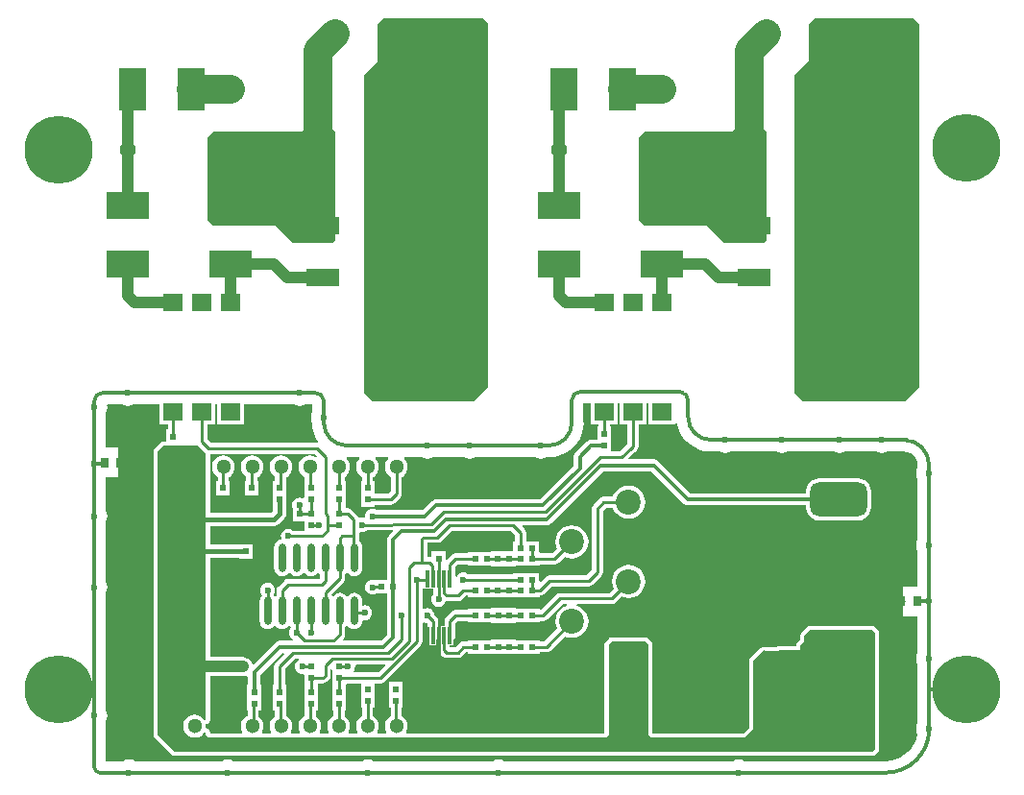
<source format=gtl>
G04*
G04 #@! TF.GenerationSoftware,Altium Limited,Altium Designer,20.1.12 (249)*
G04*
G04 Layer_Physical_Order=1*
G04 Layer_Color=3162822*
%FSLAX44Y44*%
%MOMM*%
G71*
G04*
G04 #@! TF.SameCoordinates,C66115CE-68B5-461B-9334-50AF4D89B24F*
G04*
G04*
G04 #@! TF.FilePolarity,Positive*
G04*
G01*
G75*
%ADD12C,0.3500*%
%ADD13C,0.2500*%
%ADD18C,0.4500*%
%ADD23R,0.6000X0.5000*%
%ADD24R,0.8000X0.9000*%
%ADD25R,3.0000X1.5000*%
%ADD26R,5.4000X6.2000*%
%ADD27O,0.7000X2.5000*%
%ADD28R,0.4000X1.5000*%
G04:AMPARAMS|DCode=29|XSize=3mm|YSize=5mm|CornerRadius=0.75mm|HoleSize=0mm|Usage=FLASHONLY|Rotation=270.000|XOffset=0mm|YOffset=0mm|HoleType=Round|Shape=RoundedRectangle|*
%AMROUNDEDRECTD29*
21,1,3.0000,3.5000,0,0,270.0*
21,1,1.5000,5.0000,0,0,270.0*
1,1,1.5000,-1.7500,-0.7500*
1,1,1.5000,-1.7500,0.7500*
1,1,1.5000,1.7500,0.7500*
1,1,1.5000,1.7500,-0.7500*
%
%ADD29ROUNDEDRECTD29*%
%ADD30R,0.5000X0.6000*%
%ADD31R,3.7000X2.4500*%
%ADD32R,2.4500X3.7000*%
%ADD33R,1.3000X1.0000*%
%ADD34R,1.7000X1.6500*%
%ADD51C,1.4000*%
%ADD54C,1.0000*%
%ADD55C,2.5000*%
%ADD56R,10.2500X9.5000*%
%ADD57C,2.2000*%
%ADD58C,0.6000*%
%ADD59C,6.0000*%
%ADD60C,1.9500*%
%ADD61R,1.9500X1.9500*%
%ADD62C,1.3000*%
%ADD63C,1.6000*%
G36*
X599000Y571500D02*
Y476500D01*
X596500Y474000D01*
X561500D01*
X546500Y489000D01*
X491500D01*
X486500Y494000D01*
Y566500D01*
X491500Y571500D01*
X569000D01*
X571500Y574000D01*
X596500D01*
X599000Y571500D01*
D02*
G37*
G36*
X219000D02*
Y476500D01*
X216500Y474000D01*
X181500D01*
X166500Y489000D01*
X111500D01*
X106500Y494000D01*
Y566500D01*
X111500Y571500D01*
X189000D01*
X191500Y574000D01*
X216500D01*
X219000Y571500D01*
D02*
G37*
G36*
X734000Y666500D02*
Y346500D01*
X721500Y334000D01*
X631500D01*
X624000Y341500D01*
Y621500D01*
X636500Y634000D01*
Y666500D01*
X641500Y671500D01*
X729000D01*
X734000Y666500D01*
D02*
G37*
G36*
X354000D02*
Y346500D01*
X341500Y334000D01*
X251500D01*
X244000Y341500D01*
Y621500D01*
X256500Y634000D01*
Y666500D01*
X261500Y671500D01*
X349000D01*
X354000Y666500D01*
D02*
G37*
G36*
X198662Y324481D02*
X197796Y322391D01*
X197401Y319389D01*
X197796Y316387D01*
X198662Y314297D01*
Y314000D01*
X198845Y312610D01*
X199030Y310253D01*
X200142Y305623D01*
X201964Y301224D01*
X203666Y298446D01*
X202874Y297309D01*
X202700Y297343D01*
X109506D01*
X106343Y300506D01*
Y313240D01*
X113500D01*
Y331162D01*
X114900D01*
Y313240D01*
X138900D01*
Y331162D01*
X182408D01*
X184498Y330296D01*
X187500Y329901D01*
X190502Y330296D01*
X192592Y331162D01*
X198662D01*
Y324481D01*
D02*
G37*
G36*
X469500Y313240D02*
X476657D01*
Y296257D01*
X469305Y289843D01*
X462100D01*
Y298500D01*
Y311500D01*
X460943D01*
Y313240D01*
X468100D01*
Y332162D01*
X469500D01*
Y313240D01*
D02*
G37*
G36*
X444100D02*
X451257D01*
Y311500D01*
X450100D01*
Y300353D01*
X444500D01*
X442452Y299945D01*
X440715Y298785D01*
X430715Y288785D01*
X429555Y287048D01*
X429147Y285000D01*
Y276969D01*
X400031Y247853D01*
X308097D01*
X306048Y247445D01*
X304312Y246285D01*
X295879Y237853D01*
X255513D01*
X255090Y238178D01*
X253508Y238833D01*
X251812Y239056D01*
X250115Y238833D01*
X248534Y238178D01*
X247176Y237136D01*
X246134Y235778D01*
X245479Y234197D01*
X245256Y232500D01*
X245288Y232255D01*
X244208Y231342D01*
X244127Y231342D01*
X242500Y231556D01*
X240803Y231333D01*
X240596Y231247D01*
X239476Y231846D01*
X239474Y231853D01*
X238425Y233425D01*
X233425Y238425D01*
X231853Y239474D01*
X230000Y239843D01*
X228773D01*
X228500Y241000D01*
X228500Y241000D01*
X228500Y241000D01*
Y251000D01*
Y264000D01*
X227093D01*
Y267403D01*
X229132Y268968D01*
X230735Y271057D01*
X231743Y273489D01*
X232086Y276100D01*
X231743Y278710D01*
X230735Y281143D01*
X229132Y283232D01*
X228924Y283392D01*
X228925Y283503D01*
X228938Y283696D01*
X229355Y284662D01*
X240155D01*
X240564Y283459D01*
X240268Y283232D01*
X238665Y281143D01*
X237657Y278710D01*
X237314Y276100D01*
X237657Y273489D01*
X238665Y271057D01*
X240268Y268968D01*
X242357Y267365D01*
X242607Y267262D01*
Y264000D01*
X241500D01*
Y251000D01*
Y241000D01*
X253500D01*
Y242657D01*
X267800D01*
X269653Y243026D01*
X271225Y244076D01*
X276224Y249075D01*
X277274Y250647D01*
X277643Y252500D01*
Y267282D01*
X277843Y267365D01*
X279932Y268968D01*
X281535Y271057D01*
X282543Y273489D01*
X282886Y276100D01*
X282543Y278710D01*
X281535Y281143D01*
X279932Y283232D01*
X279636Y283459D01*
X280045Y284662D01*
X294757D01*
X296846Y283796D01*
X299848Y283401D01*
X302850Y283796D01*
X304940Y284662D01*
X332460D01*
X334550Y283796D01*
X337552Y283401D01*
X340554Y283796D01*
X342644Y284662D01*
X394924D01*
X397013Y283796D01*
X400015Y283401D01*
X403018Y283796D01*
X405107Y284662D01*
X407500D01*
Y284657D01*
X412247Y285030D01*
X416877Y286142D01*
X421276Y287964D01*
X425336Y290452D01*
X428956Y293544D01*
X432048Y297164D01*
X434536Y301224D01*
X436358Y305623D01*
X437470Y310253D01*
X437844Y315000D01*
X437838D01*
Y332162D01*
X444100D01*
Y313240D01*
D02*
G37*
G36*
X202812Y285539D02*
X201973Y284582D01*
X201643Y284835D01*
X199210Y285843D01*
X196600Y286186D01*
X193990Y285843D01*
X191557Y284835D01*
X189468Y283232D01*
X187865Y281143D01*
X186857Y278710D01*
X186514Y276100D01*
X186857Y273489D01*
X187865Y271057D01*
X189468Y268968D01*
X191557Y267365D01*
X192207Y267096D01*
Y264000D01*
X191500D01*
Y249115D01*
X190230Y248405D01*
X189197Y248833D01*
X187500Y249056D01*
X185803Y248833D01*
X184222Y248178D01*
X182864Y247136D01*
X181822Y245778D01*
X181167Y244197D01*
X180944Y242500D01*
X181167Y240803D01*
X181500Y240000D01*
Y228500D01*
X191500D01*
Y219843D01*
X181866D01*
X180778Y220678D01*
X179197Y221333D01*
X177500Y221556D01*
X175803Y221333D01*
X174222Y220678D01*
X172864Y219636D01*
X171822Y218278D01*
X171167Y216697D01*
X170944Y215000D01*
X171167Y213303D01*
X171304Y212972D01*
X170669Y211872D01*
X170273Y211820D01*
X168570Y211115D01*
X167108Y209993D01*
X165986Y208530D01*
X165280Y206827D01*
X165040Y205000D01*
Y187000D01*
X165280Y185173D01*
X165986Y183470D01*
X167108Y182008D01*
X168570Y180886D01*
X170273Y180180D01*
X172100Y179940D01*
X173927Y180180D01*
X175630Y180886D01*
X177092Y182008D01*
X177663Y182752D01*
X179237D01*
X179807Y182008D01*
X181270Y180886D01*
X182973Y180180D01*
X184800Y179940D01*
X186627Y180180D01*
X188330Y180886D01*
X189792Y182008D01*
X190363Y182752D01*
X191937D01*
X192507Y182008D01*
X193970Y180886D01*
X195673Y180180D01*
X197500Y179940D01*
X199327Y180180D01*
X201030Y180886D01*
X202492Y182008D01*
X203063Y182752D01*
X204443D01*
X205357Y181780D01*
Y177343D01*
X177168D01*
X175315Y176974D01*
X173744Y175925D01*
X168675Y170856D01*
X167626Y169285D01*
X167257Y167432D01*
Y163107D01*
X167108Y162992D01*
X166537Y162248D01*
X165024D01*
X164417Y163292D01*
X165078Y164154D01*
X165733Y165735D01*
X165956Y167432D01*
X165733Y169129D01*
X165078Y170710D01*
X164036Y172068D01*
X162678Y173109D01*
X161097Y173764D01*
X159400Y173988D01*
X157703Y173764D01*
X156122Y173109D01*
X154764Y172068D01*
X153722Y170710D01*
X153067Y169129D01*
X152844Y167432D01*
X153067Y165735D01*
X153722Y164154D01*
X154438Y163221D01*
X154408Y162992D01*
X153286Y161530D01*
X152580Y159827D01*
X152340Y158000D01*
Y140000D01*
X152580Y138173D01*
X153286Y136470D01*
X154408Y135008D01*
X155870Y133885D01*
X157573Y133180D01*
X159400Y132940D01*
X161227Y133180D01*
X162930Y133885D01*
X164392Y135008D01*
X164963Y135751D01*
X166537D01*
X167108Y135008D01*
X168570Y133885D01*
X170273Y133180D01*
X172100Y132940D01*
X173927Y133180D01*
X175630Y133885D01*
X177092Y135008D01*
X177663Y135751D01*
X178897D01*
X179731Y134686D01*
X179519Y133795D01*
X179122Y133278D01*
X178467Y131697D01*
X178244Y130000D01*
X178467Y128303D01*
X179122Y126722D01*
X180164Y125364D01*
X181522Y124322D01*
X182003Y124123D01*
X181751Y122853D01*
X169900D01*
X167852Y122445D01*
X166115Y121285D01*
X146954Y102125D01*
X145626Y102593D01*
X144925Y104287D01*
X143562Y106062D01*
X141787Y107425D01*
X139719Y108281D01*
X137500Y108573D01*
X108569D01*
Y195637D01*
X134040D01*
Y195000D01*
X146040D01*
Y208000D01*
X134040D01*
Y207363D01*
X108569D01*
Y224137D01*
X164900D01*
X167143Y224584D01*
X169046Y225854D01*
X174146Y230954D01*
X175416Y232857D01*
X175863Y235100D01*
Y241000D01*
X176000D01*
Y251000D01*
Y264000D01*
X175443D01*
Y267034D01*
X176243Y267365D01*
X178332Y268968D01*
X179935Y271057D01*
X180943Y273489D01*
X181286Y276100D01*
X180943Y278710D01*
X179935Y281143D01*
X178332Y283232D01*
X176243Y284835D01*
X173811Y285843D01*
X171200Y286186D01*
X168589Y285843D01*
X166157Y284835D01*
X164068Y283232D01*
X162465Y281143D01*
X161457Y278710D01*
X161114Y276100D01*
X161457Y273489D01*
X162465Y271057D01*
X164068Y268968D01*
X165757Y267672D01*
Y264000D01*
X164000D01*
Y251000D01*
Y241000D01*
X164137D01*
Y237528D01*
X162472Y235863D01*
X108569D01*
Y287657D01*
X200694D01*
X202812Y285539D01*
D02*
G37*
G36*
X265964Y283459D02*
X265668Y283232D01*
X264065Y281143D01*
X263057Y278710D01*
X262714Y276100D01*
X263057Y273489D01*
X264065Y271057D01*
X265668Y268968D01*
X267757Y267365D01*
X267957Y267282D01*
Y254506D01*
X265794Y252343D01*
X253500D01*
Y264000D01*
X252293D01*
Y267303D01*
X252443Y267365D01*
X254532Y268968D01*
X256135Y271057D01*
X257143Y273489D01*
X257486Y276100D01*
X257143Y278710D01*
X256135Y281143D01*
X254532Y283232D01*
X254236Y283459D01*
X254645Y284662D01*
X265555D01*
X265964Y283459D01*
D02*
G37*
G36*
X494900Y313240D02*
X518900D01*
Y314520D01*
X520170Y314671D01*
X521142Y310623D01*
X522964Y306224D01*
X525452Y302164D01*
X528544Y298544D01*
X532164Y295452D01*
X536224Y292964D01*
X540623Y291142D01*
X545253Y290030D01*
X550000Y289657D01*
Y289662D01*
X557697D01*
X559786Y288796D01*
X562789Y288401D01*
X565791Y288796D01*
X567880Y289662D01*
X607300D01*
X609389Y288796D01*
X612392Y288401D01*
X615394Y288796D01*
X617483Y289662D01*
X658005D01*
X660095Y288796D01*
X663097Y288401D01*
X666099Y288796D01*
X668189Y289662D01*
X695483D01*
X697573Y288796D01*
X700575Y288401D01*
X703577Y288796D01*
X705667Y289662D01*
X720502D01*
X723165Y289311D01*
X726114Y288089D01*
X728646Y286146D01*
X730589Y283614D01*
X731811Y280665D01*
X732195Y277751D01*
X732162Y277500D01*
Y275288D01*
X731296Y273198D01*
X730901Y270196D01*
X731296Y267194D01*
X732162Y265104D01*
Y211858D01*
X731296Y209769D01*
X730901Y206766D01*
X731296Y203764D01*
X732162Y201675D01*
Y170500D01*
X719502D01*
Y144500D01*
X732162D01*
Y112085D01*
X731296Y109995D01*
X730901Y106993D01*
X731296Y103991D01*
X732162Y101901D01*
Y80000D01*
X732239Y79413D01*
X732162Y78827D01*
Y50092D01*
X731296Y48002D01*
X730901Y45000D01*
X731296Y41998D01*
X731865Y40623D01*
X731863Y40587D01*
X730829Y36283D01*
X729135Y32193D01*
X726822Y28419D01*
X723948Y25053D01*
X720581Y22178D01*
X716807Y19865D01*
X712717Y18171D01*
X708413Y17137D01*
X704230Y16808D01*
X704000Y16838D01*
X580004D01*
X577914Y17704D01*
X574912Y18099D01*
X571910Y17704D01*
X569820Y16838D01*
X367630D01*
X365540Y17704D01*
X362538Y18099D01*
X359536Y17704D01*
X357446Y16838D01*
X252492D01*
X250402Y17704D01*
X247400Y18099D01*
X244398Y17704D01*
X242308Y16838D01*
X129168D01*
X127078Y17704D01*
X124076Y18099D01*
X121074Y17704D01*
X118984Y16838D01*
X42454D01*
X40364Y17704D01*
X37362Y18099D01*
X34360Y17704D01*
X32270Y16838D01*
X16838D01*
Y51584D01*
X17704Y53674D01*
X18099Y56676D01*
X17704Y59678D01*
X16838Y61767D01*
Y80000D01*
Y164788D01*
X17704Y166878D01*
X18099Y169880D01*
X17704Y172882D01*
X16838Y174972D01*
Y227348D01*
X17704Y229438D01*
X18099Y232440D01*
X17704Y235442D01*
X16838Y237532D01*
Y267000D01*
X27998D01*
Y293000D01*
X16838D01*
Y323495D01*
X17704Y325584D01*
X18099Y328587D01*
X17886Y330207D01*
X18723Y331162D01*
X31408D01*
X33498Y330296D01*
X36500Y329901D01*
X39502Y330296D01*
X41592Y331162D01*
X64100D01*
Y313240D01*
X71257D01*
Y309000D01*
X70100D01*
Y298569D01*
X67500D01*
X66134Y298297D01*
X64977Y297523D01*
X59977Y292523D01*
X59203Y291366D01*
X58931Y290000D01*
Y40000D01*
X59203Y38634D01*
X59977Y37477D01*
X74977Y22477D01*
X76134Y21703D01*
X77500Y21431D01*
X692500D01*
X693866Y21703D01*
X695023Y22477D01*
X697523Y24977D01*
X698297Y26134D01*
X698569Y27500D01*
Y130000D01*
X698297Y131366D01*
X697523Y132523D01*
X695023Y135023D01*
X693866Y135797D01*
X692500Y136069D01*
X637500D01*
X636134Y135797D01*
X634977Y135023D01*
X629977Y130023D01*
X629203Y128866D01*
X628931Y127500D01*
Y123978D01*
X626477Y121523D01*
X625703Y120366D01*
X625431Y119000D01*
Y118069D01*
X610000D01*
X608634Y117797D01*
X607544Y117069D01*
X599202D01*
X598096Y117527D01*
X596730Y117799D01*
X595364Y117527D01*
X594207Y116753D01*
X584977Y107523D01*
X584203Y106366D01*
X583931Y105000D01*
Y46478D01*
X578522Y41069D01*
X498978D01*
X498569Y41478D01*
X498568Y120000D01*
X498568Y120000D01*
X498568Y120001D01*
X498427Y120712D01*
X498297Y121366D01*
X498297Y121366D01*
X498297Y121366D01*
X497908Y121948D01*
X497523Y122524D01*
X497523Y122524D01*
X497523Y122524D01*
X495023Y125024D01*
X494447Y125409D01*
X493865Y125797D01*
X493865Y125797D01*
X493865Y125797D01*
X492499Y126069D01*
X462499Y126068D01*
X461133Y125796D01*
X461133Y125796D01*
X461133Y125796D01*
X460551Y125407D01*
X459976Y125022D01*
X457477Y122523D01*
X457477Y122523D01*
X456703Y121365D01*
X456431Y120000D01*
X456431Y42169D01*
X455331Y41069D01*
X281905D01*
X281344Y42208D01*
X281535Y42457D01*
X282543Y44889D01*
X282886Y47500D01*
X282543Y50111D01*
X281535Y52543D01*
X279932Y54632D01*
X277843Y56235D01*
X277493Y56380D01*
Y63500D01*
X278500D01*
Y73500D01*
Y86500D01*
X266500D01*
Y73500D01*
Y63500D01*
X267807D01*
Y56256D01*
X267757Y56235D01*
X265668Y54632D01*
X264065Y52543D01*
X263057Y50111D01*
X262714Y47500D01*
X263057Y44889D01*
X264065Y42457D01*
X264256Y42208D01*
X263695Y41069D01*
X256505D01*
X255944Y42208D01*
X256135Y42457D01*
X257143Y44889D01*
X257486Y47500D01*
X257143Y50111D01*
X256135Y52543D01*
X254532Y54632D01*
X252443Y56235D01*
X252293Y56297D01*
Y63500D01*
X253500D01*
Y73500D01*
Y85157D01*
X259071D01*
X260924Y85526D01*
X262496Y86575D01*
X294521Y118601D01*
X295571Y120172D01*
X295939Y122025D01*
Y138446D01*
X297209Y139120D01*
X298303Y138667D01*
X299662Y138488D01*
X300157Y137994D01*
Y127500D01*
X300526Y125647D01*
X301575Y124075D01*
X302000Y123792D01*
Y119000D01*
X308000D01*
Y123792D01*
X308424Y124075D01*
X308887Y124768D01*
X310157Y124382D01*
Y115000D01*
X310526Y113147D01*
X311575Y111575D01*
X314075Y109075D01*
X315647Y108026D01*
X317500Y107657D01*
X326969D01*
X328823Y108026D01*
X330394Y109075D01*
X333907Y112589D01*
X336000D01*
Y111500D01*
X356500D01*
Y111000D01*
X368500D01*
Y111000D01*
X378500D01*
Y111500D01*
X399000D01*
Y112657D01*
X405000D01*
X406853Y113026D01*
X408425Y114075D01*
X421245Y126896D01*
X423715Y125873D01*
X427500Y125375D01*
X431285Y125873D01*
X434813Y127334D01*
X437841Y129658D01*
X440166Y132688D01*
X441627Y136215D01*
X442125Y140000D01*
X441627Y143785D01*
X440166Y147313D01*
X437841Y150342D01*
X434813Y152666D01*
X431864Y153887D01*
X432117Y155157D01*
X462500D01*
X464353Y155526D01*
X465924Y156575D01*
X471245Y161896D01*
X473715Y160873D01*
X477500Y160375D01*
X481285Y160873D01*
X484813Y162334D01*
X487841Y164659D01*
X490166Y167687D01*
X491627Y171215D01*
X492125Y175000D01*
X491627Y178785D01*
X490166Y182313D01*
X487841Y185341D01*
X484813Y187666D01*
X481285Y189127D01*
X477500Y189625D01*
X473715Y189127D01*
X470187Y187666D01*
X467158Y185341D01*
X464834Y182313D01*
X463373Y178785D01*
X462875Y175000D01*
X463373Y171215D01*
X464396Y168745D01*
X460494Y164843D01*
X417262D01*
X415409Y164474D01*
X413838Y163425D01*
X400270Y149857D01*
X399000Y149877D01*
Y151000D01*
X378500D01*
Y151500D01*
X368500D01*
Y151500D01*
X356500D01*
Y151000D01*
X336000D01*
Y149843D01*
X325000D01*
X325000Y149843D01*
X323147Y149474D01*
X321575Y148425D01*
X321575Y148424D01*
X316575Y143425D01*
X315526Y141853D01*
X315157Y140000D01*
Y136000D01*
X312000D01*
Y131208D01*
X311575Y130925D01*
X311113Y130232D01*
X309843Y130618D01*
Y140000D01*
X309843Y140000D01*
X309474Y141853D01*
X308424Y143425D01*
X308424Y143425D01*
X306512Y145337D01*
X306333Y146697D01*
X305678Y148278D01*
X304636Y149636D01*
X303278Y150678D01*
X301697Y151333D01*
X300000Y151556D01*
X298303Y151333D01*
X297209Y150880D01*
X295939Y151554D01*
Y168494D01*
X297000Y169000D01*
X305157D01*
Y163798D01*
X304322Y162710D01*
X303667Y161129D01*
X303444Y159432D01*
X303667Y157735D01*
X304322Y156154D01*
X305364Y154796D01*
X306722Y153754D01*
X308303Y153099D01*
X310000Y152876D01*
X311697Y153099D01*
X313278Y153754D01*
X314636Y154796D01*
X315678Y156154D01*
X316333Y157735D01*
X316501Y157856D01*
X317500Y157657D01*
X326969D01*
X328823Y158026D01*
X330394Y159075D01*
X333907Y162589D01*
X335932D01*
Y161432D01*
X356432D01*
Y160932D01*
X366432D01*
Y160932D01*
X378432D01*
Y161432D01*
X398932D01*
Y162589D01*
X399351D01*
X401205Y162957D01*
X402776Y164007D01*
X409506Y170737D01*
X442180D01*
X444034Y171106D01*
X445605Y172156D01*
X453424Y179975D01*
X453425Y179975D01*
X454474Y181547D01*
X454843Y183400D01*
X454843Y183400D01*
Y237386D01*
X457615Y240157D01*
X463811D01*
X464834Y237687D01*
X467158Y234659D01*
X470187Y232334D01*
X473715Y230873D01*
X477500Y230375D01*
X481285Y230873D01*
X484813Y232334D01*
X487841Y234659D01*
X490166Y237687D01*
X491627Y241215D01*
X492125Y245000D01*
X491627Y248785D01*
X490166Y252313D01*
X487841Y255341D01*
X484813Y257666D01*
X481285Y259127D01*
X477500Y259625D01*
X473715Y259127D01*
X470187Y257666D01*
X467158Y255341D01*
X464834Y252313D01*
X463811Y249843D01*
X455608D01*
X453755Y249474D01*
X452184Y248425D01*
X446576Y242816D01*
X445526Y241245D01*
X445157Y239391D01*
Y185406D01*
X440174Y180424D01*
X407500D01*
X405647Y180055D01*
X404075Y179005D01*
X400069Y174998D01*
X398895Y175484D01*
Y182729D01*
X375895D01*
Y181572D01*
X336184D01*
X335278Y182267D01*
X333697Y182922D01*
X332000Y183145D01*
X330303Y182922D01*
X328722Y182267D01*
X327364Y181225D01*
X326322Y179867D01*
X326113Y179362D01*
X324843Y179615D01*
Y187994D01*
X327006Y190157D01*
X335932D01*
Y188932D01*
X356432D01*
Y188432D01*
X366432D01*
Y188432D01*
X378432D01*
Y188932D01*
X398932D01*
Y190089D01*
X412432D01*
X414285Y190457D01*
X415856Y191507D01*
X421245Y196896D01*
X423715Y195873D01*
X427500Y195375D01*
X431285Y195873D01*
X434813Y197334D01*
X437841Y199659D01*
X440166Y202687D01*
X441627Y206215D01*
X442125Y210000D01*
X441627Y213785D01*
X440166Y217313D01*
X437841Y220341D01*
X434813Y222666D01*
X431285Y224127D01*
X427500Y224625D01*
X423715Y224127D01*
X420187Y222666D01*
X417159Y220341D01*
X414834Y217313D01*
X413373Y213785D01*
X412875Y210000D01*
X413373Y206215D01*
X414396Y203745D01*
X410426Y199775D01*
X398932D01*
Y200932D01*
X398821D01*
Y210242D01*
X387164D01*
Y218179D01*
X386795Y220033D01*
X385745Y221604D01*
X383875Y223474D01*
X384361Y224647D01*
X405304D01*
X407353Y225055D01*
X409089Y226215D01*
X455022Y272147D01*
X497783D01*
X526215Y243715D01*
X527952Y242555D01*
X530000Y242147D01*
X633905D01*
Y240000D01*
X634283Y237129D01*
X635392Y234453D01*
X637155Y232155D01*
X639453Y230392D01*
X642128Y229283D01*
X645000Y228905D01*
X680000D01*
X682872Y229283D01*
X685547Y230392D01*
X687845Y232155D01*
X689609Y234453D01*
X690717Y237129D01*
X691095Y240000D01*
Y255000D01*
X690717Y257872D01*
X689609Y260548D01*
X687845Y262845D01*
X685547Y264608D01*
X682872Y265717D01*
X680000Y266095D01*
X645000D01*
X642128Y265717D01*
X639453Y264608D01*
X637155Y262845D01*
X635392Y260548D01*
X634283Y257872D01*
X633905Y255000D01*
Y252853D01*
X532217D01*
X503785Y281285D01*
X502048Y282445D01*
X500000Y282853D01*
X477835D01*
X477389Y284042D01*
X483219Y289128D01*
X483321Y289260D01*
X483460Y289353D01*
X484925Y290818D01*
X485974Y292389D01*
X486343Y294242D01*
X486343Y294242D01*
Y313240D01*
X493500D01*
Y332162D01*
X494900D01*
Y313240D01*
D02*
G37*
G36*
X269999Y219319D02*
X266215Y215535D01*
X265055Y213799D01*
X264647Y211750D01*
Y176500D01*
X252932D01*
Y176500D01*
X251932Y176556D01*
X251696Y176525D01*
X250235Y176333D01*
X248654Y175678D01*
X247296Y174636D01*
X246254Y173278D01*
X245599Y171697D01*
X245376Y170000D01*
X245599Y168303D01*
X246254Y166722D01*
X247296Y165364D01*
X248654Y164322D01*
X250235Y163667D01*
X251932Y163444D01*
X253629Y163667D01*
X255210Y164322D01*
X255441Y164500D01*
X264647D01*
Y128217D01*
X259283Y122853D01*
X225861D01*
X225375Y124026D01*
X226325Y124975D01*
X227374Y126547D01*
X227743Y128400D01*
Y134893D01*
X227892Y135008D01*
X228463Y135751D01*
X230037D01*
X230607Y135008D01*
X232070Y133885D01*
X233773Y133180D01*
X235600Y132940D01*
X237427Y133180D01*
X239130Y133885D01*
X240592Y135008D01*
X241714Y136470D01*
X242420Y138173D01*
X242660Y140000D01*
Y140184D01*
X243930Y141085D01*
X245000Y140944D01*
X246697Y141167D01*
X248278Y141822D01*
X249636Y142864D01*
X250678Y144222D01*
X251333Y145803D01*
X251556Y147500D01*
X251333Y149197D01*
X250678Y150778D01*
X249636Y152136D01*
X248278Y153178D01*
X246697Y153833D01*
X245000Y154056D01*
X243930Y153915D01*
X242660Y154816D01*
Y158000D01*
X242420Y159827D01*
X241714Y161530D01*
X240592Y162992D01*
X239130Y164114D01*
X237427Y164820D01*
X235600Y165060D01*
X233773Y164820D01*
X232070Y164114D01*
X230607Y162992D01*
X230037Y162248D01*
X228463D01*
X227892Y162992D01*
X226430Y164114D01*
X224727Y164820D01*
X222900Y165060D01*
X221073Y164820D01*
X219370Y164114D01*
X217908Y162992D01*
X217374Y162297D01*
X216142Y162325D01*
X215460Y163393D01*
X215900Y164051D01*
X226325Y174475D01*
X227374Y176047D01*
X227743Y177900D01*
Y181893D01*
X227892Y182008D01*
X228463Y182752D01*
X230037D01*
X230607Y182008D01*
X232070Y180886D01*
X233773Y180180D01*
X235600Y179940D01*
X237427Y180180D01*
X239130Y180886D01*
X240592Y182008D01*
X241714Y183470D01*
X242420Y185173D01*
X242660Y187000D01*
Y205000D01*
X242420Y206827D01*
X241714Y208530D01*
X240592Y209993D01*
X239843Y210567D01*
Y217867D01*
X241113Y218626D01*
X242500Y218444D01*
X244197Y218667D01*
X245778Y219322D01*
X246937Y220211D01*
X269506Y220490D01*
X269999Y219319D01*
D02*
G37*
G36*
X377478Y216173D02*
Y210242D01*
X375821D01*
Y201432D01*
X368432D01*
Y201432D01*
X356432D01*
Y200932D01*
X335932D01*
Y199843D01*
X325000D01*
X325000Y199843D01*
X323147Y199474D01*
X321575Y198424D01*
X321575Y198424D01*
X317270Y194119D01*
X316000Y194645D01*
Y201500D01*
X304000D01*
Y197431D01*
X303018Y196625D01*
X302265Y196775D01*
X300272D01*
Y209157D01*
X309125D01*
X310978Y209526D01*
X312550Y210576D01*
X321631Y219657D01*
X373994D01*
X377478Y216173D01*
D02*
G37*
G36*
X423136Y153887D02*
X420187Y152666D01*
X417159Y150342D01*
X414834Y147313D01*
X413373Y143785D01*
X412875Y140000D01*
X413373Y136215D01*
X414396Y133745D01*
X402994Y122343D01*
X399000D01*
Y123500D01*
X378500D01*
Y124000D01*
X366500D01*
Y124000D01*
X356500D01*
Y123500D01*
X336000D01*
Y122275D01*
X331901D01*
X330048Y121906D01*
X328476Y120856D01*
X324963Y117343D01*
X319843D01*
Y119000D01*
X323000D01*
Y123792D01*
X323425Y124075D01*
X324474Y125647D01*
X324843Y127500D01*
Y137994D01*
X327006Y140157D01*
X336000D01*
Y139000D01*
X356500D01*
Y138500D01*
X366500D01*
Y138500D01*
X378500D01*
Y139000D01*
X399000D01*
Y140157D01*
X402262D01*
X404115Y140526D01*
X405687Y141575D01*
X419268Y155157D01*
X422883D01*
X423136Y153887D01*
D02*
G37*
G36*
X263206Y100984D02*
X257065Y94843D01*
X235837D01*
X235210Y96113D01*
X235678Y96722D01*
X236333Y98303D01*
X236556Y100000D01*
X236439Y100887D01*
X237422Y102157D01*
X262719D01*
X263206Y100984D01*
D02*
G37*
G36*
X241500Y73500D02*
Y63500D01*
X242607D01*
Y56339D01*
X242357Y56235D01*
X240268Y54632D01*
X238665Y52543D01*
X237657Y50111D01*
X237314Y47500D01*
X237657Y44889D01*
X238665Y42457D01*
X238856Y42208D01*
X238295Y41069D01*
X231105D01*
X230544Y42208D01*
X230735Y42457D01*
X231743Y44889D01*
X232086Y47500D01*
X231743Y50111D01*
X230735Y52543D01*
X229132Y54632D01*
X227093Y56197D01*
Y61000D01*
X228500D01*
Y71000D01*
Y84000D01*
X228500Y84000D01*
X228500D01*
X228500Y84000D01*
X228773Y85157D01*
X241500D01*
Y73500D01*
D02*
G37*
G36*
X216500Y97167D02*
Y83500D01*
X216500D01*
Y71000D01*
Y61000D01*
X217407D01*
Y56421D01*
X216957Y56235D01*
X214868Y54632D01*
X213265Y52543D01*
X212257Y50111D01*
X211914Y47500D01*
X212257Y44889D01*
X213265Y42457D01*
X213456Y42208D01*
X212895Y41069D01*
X205705D01*
X205144Y42208D01*
X205335Y42457D01*
X206343Y44889D01*
X206686Y47500D01*
X206343Y50111D01*
X205335Y52543D01*
X203732Y54632D01*
X201893Y56043D01*
Y61000D01*
X203500D01*
Y71000D01*
Y84000D01*
X203500Y84000D01*
X203500Y84000D01*
X203773Y85157D01*
X208200D01*
X210053Y85526D01*
X211625Y86575D01*
X213624Y88575D01*
X214674Y90147D01*
X215043Y92000D01*
Y97720D01*
X215230Y97845D01*
X216500Y97167D01*
D02*
G37*
G36*
X187227Y105887D02*
X186722Y105678D01*
X185364Y104636D01*
X184322Y103278D01*
X183667Y101697D01*
X183444Y100000D01*
X183667Y98303D01*
X184322Y96722D01*
X185364Y95364D01*
X186722Y94322D01*
X188303Y93667D01*
X190000Y93444D01*
X190230Y93474D01*
X191500Y92360D01*
Y83500D01*
X191500D01*
Y71000D01*
Y61000D01*
X192207D01*
Y56504D01*
X191557Y56235D01*
X189468Y54632D01*
X187865Y52543D01*
X186857Y50111D01*
X186514Y47500D01*
X186857Y44889D01*
X187865Y42457D01*
X188056Y42208D01*
X187495Y41069D01*
X180305D01*
X179744Y42208D01*
X179935Y42457D01*
X180943Y44889D01*
X181286Y47500D01*
X180943Y50111D01*
X179935Y52543D01*
X178332Y54632D01*
X176243Y56235D01*
X175443Y56566D01*
Y61000D01*
X176000D01*
Y71000D01*
Y84000D01*
X174843D01*
Y98326D01*
X183674Y107157D01*
X186975D01*
X187227Y105887D01*
D02*
G37*
G36*
X173793Y110974D02*
X166576Y103756D01*
X165526Y102185D01*
X165157Y100332D01*
Y84000D01*
X164000D01*
Y71000D01*
Y61000D01*
X165757D01*
Y55928D01*
X164068Y54632D01*
X162465Y52543D01*
X161457Y50111D01*
X161114Y47500D01*
X161457Y44889D01*
X162465Y42457D01*
X162656Y42208D01*
X162095Y41069D01*
X154905D01*
X154344Y42208D01*
X154535Y42457D01*
X155543Y44889D01*
X155886Y47500D01*
X155543Y50111D01*
X154535Y52543D01*
X152932Y54632D01*
X151493Y55736D01*
Y61000D01*
X153500D01*
Y71000D01*
Y84000D01*
X152853D01*
Y92883D01*
X172117Y112147D01*
X173307D01*
X173793Y110974D01*
D02*
G37*
G36*
X142147Y91350D02*
Y84000D01*
X141500D01*
Y71000D01*
Y61000D01*
X141807D01*
Y56670D01*
X140757Y56235D01*
X138668Y54632D01*
X137065Y52543D01*
X136057Y50111D01*
X135714Y47500D01*
X136057Y44889D01*
X137065Y42457D01*
X137256Y42208D01*
X136695Y41069D01*
X121055D01*
X120824Y41023D01*
X120589Y41038D01*
X120400Y41013D01*
X120211Y41038D01*
X119976Y41023D01*
X119745Y41069D01*
X108978D01*
X108569Y41478D01*
Y42192D01*
X108503Y42520D01*
X108507Y42854D01*
X108369Y43196D01*
X108297Y43558D01*
X108111Y43836D01*
X107986Y44146D01*
X107728Y44409D01*
X107523Y44716D01*
X107246Y44901D01*
X107012Y45140D01*
X106672Y45284D01*
X106366Y45489D01*
X106038Y45554D01*
X105730Y45685D01*
X104871Y45865D01*
X105086Y47500D01*
X104871Y49135D01*
X105730Y49315D01*
X106038Y49446D01*
X106366Y49511D01*
X106672Y49716D01*
X107012Y49860D01*
X107246Y50099D01*
X107523Y50284D01*
X107728Y50591D01*
X107986Y50854D01*
X108111Y51164D01*
X108297Y51442D01*
X108369Y51804D01*
X108507Y52146D01*
X108503Y52480D01*
X108569Y52808D01*
Y91427D01*
X137500D01*
X139719Y91719D01*
X140877Y92198D01*
X142147Y91350D01*
D02*
G37*
G36*
X104075Y289075D02*
X105000Y288458D01*
Y52808D01*
X103735Y52543D01*
X102132Y54632D01*
X100043Y56235D01*
X97611Y57243D01*
X95000Y57586D01*
X92389Y57243D01*
X89957Y56235D01*
X87868Y54632D01*
X86265Y52543D01*
X85257Y50111D01*
X84914Y47500D01*
X85257Y44889D01*
X86265Y42457D01*
X87868Y40368D01*
X89957Y38765D01*
X92389Y37757D01*
X95000Y37414D01*
X97611Y37757D01*
X100043Y38765D01*
X102132Y40368D01*
X103735Y42457D01*
X105000Y42192D01*
Y40000D01*
X107500Y37500D01*
X119745D01*
X120400Y37414D01*
X121055Y37500D01*
X145145D01*
X145800Y37414D01*
X146455Y37500D01*
X170545D01*
X171200Y37414D01*
X171855Y37500D01*
X195945D01*
X196600Y37414D01*
X197255Y37500D01*
X221345D01*
X222000Y37414D01*
X222655Y37500D01*
X246745D01*
X247400Y37414D01*
X248055Y37500D01*
X272145D01*
X272800Y37414D01*
X273455Y37500D01*
X457500D01*
X460000Y40000D01*
X460000Y120000D01*
X462499Y122499D01*
X492500Y122500D01*
X495000Y120000D01*
X495000Y40000D01*
X497500Y37500D01*
X580000D01*
X587500Y45000D01*
Y105000D01*
X596730Y114230D01*
X598000Y113704D01*
Y113500D01*
X610000D01*
Y114500D01*
X629000D01*
Y119000D01*
X632500Y122500D01*
Y127500D01*
X637500Y132500D01*
X692500D01*
X695000Y130000D01*
Y27500D01*
X692500Y25000D01*
X77500D01*
X62500Y40000D01*
Y290000D01*
X67500Y295000D01*
X98151D01*
X104075Y289075D01*
D02*
G37*
%LPC*%
G36*
X145800Y286186D02*
X143189Y285843D01*
X140757Y284835D01*
X138668Y283232D01*
X137065Y281143D01*
X136057Y278710D01*
X135714Y276100D01*
X136057Y273489D01*
X137065Y271057D01*
X138668Y268968D01*
X140557Y267519D01*
Y264000D01*
X139000D01*
Y251000D01*
X151000D01*
Y264000D01*
X150243D01*
Y267117D01*
X150843Y267365D01*
X152932Y268968D01*
X154535Y271057D01*
X155543Y273489D01*
X155886Y276100D01*
X155543Y278710D01*
X154535Y281143D01*
X152932Y283232D01*
X150843Y284835D01*
X148411Y285843D01*
X145800Y286186D01*
D02*
G37*
G36*
X120400D02*
X117789Y285843D01*
X115357Y284835D01*
X113268Y283232D01*
X111665Y281143D01*
X110657Y278710D01*
X110314Y276100D01*
X110657Y273489D01*
X111665Y271057D01*
X113268Y268968D01*
X115357Y267365D01*
X115357Y267365D01*
Y264000D01*
X114000D01*
Y251000D01*
X126000D01*
Y264000D01*
X125043D01*
Y267199D01*
X125443Y267365D01*
X127532Y268968D01*
X129135Y271057D01*
X130143Y273489D01*
X130486Y276100D01*
X130143Y278710D01*
X129135Y281143D01*
X127532Y283232D01*
X125443Y284835D01*
X123011Y285843D01*
X120400Y286186D01*
D02*
G37*
%LPD*%
D12*
X704000Y6500D02*
G03*
X742500Y45000I0J38500D01*
G01*
X530000Y320000D02*
G03*
X550000Y300000I20000J0D01*
G01*
X530000Y335000D02*
G03*
X522500Y342500I-7500J0D01*
G01*
X435000D02*
G03*
X427500Y335000I0J-7500D01*
G01*
X742500Y277500D02*
G03*
X720000Y300000I-22500J0D01*
G01*
X407500Y295000D02*
G03*
X427500Y315000I0J20000D01*
G01*
X209000Y334000D02*
G03*
X201500Y341500I-7500J0D01*
G01*
X14000D02*
G03*
X6500Y334000I0J-7500D01*
G01*
X209000Y315000D02*
G03*
X229000Y295000I20000J0D01*
G01*
X6500Y11500D02*
G03*
X11500Y6500I5000J0D01*
G01*
X251812Y232500D02*
X298097D01*
X308097Y242500D02*
X402248D01*
X298097Y232500D02*
X308097Y242500D01*
X270000Y170500D02*
Y211750D01*
Y126000D02*
Y170500D01*
X530000Y247500D02*
X662500D01*
X452804Y277500D02*
X500000D01*
X530000Y247500D01*
X405304Y230000D02*
X452804Y277500D01*
X316500Y230000D02*
X405304D01*
X277750Y219500D02*
X306000D01*
X316500Y230000D01*
X270000Y211750D02*
X277750Y219500D01*
X402248Y242500D02*
X434500Y274752D01*
Y285000D01*
X444500Y295000D02*
X456100D01*
X434500Y285000D02*
X444500Y295000D01*
X742500Y106993D02*
Y157500D01*
Y80000D02*
Y106993D01*
Y45000D02*
Y78827D01*
Y80000D02*
X775000D01*
X6500Y232440D02*
Y279000D01*
Y169880D02*
Y232440D01*
Y80000D02*
Y169880D01*
Y56676D02*
Y80000D01*
Y11500D02*
Y56676D01*
Y279000D02*
Y334000D01*
X530000Y320000D02*
Y335000D01*
X550000Y300000D02*
X722500D01*
X435000Y342500D02*
X522500D01*
X427500Y315000D02*
Y335000D01*
X742500Y157500D02*
Y277500D01*
X209000Y314000D02*
Y334000D01*
X14000Y341500D02*
X201500D01*
X227500Y295000D02*
X407500D01*
X11500Y6500D02*
X704000D01*
X732002Y157500D02*
X742500D01*
X6500Y279000D02*
X16998D01*
X662500Y247500D02*
X662500Y247500D01*
X169900Y117500D02*
X261500D01*
X270000Y126000D01*
X147500Y95100D02*
X169900Y117500D01*
X147500Y77500D02*
Y95100D01*
D13*
X284346Y122346D02*
Y187829D01*
X288449Y191932D02*
X295429D01*
X284346Y187829D02*
X288449Y191932D01*
X295429D02*
Y212535D01*
X291096Y122025D02*
Y176583D01*
X259071Y90000D02*
X291096Y122025D01*
X269000Y107000D02*
X284346Y122346D01*
X291096Y176583D02*
X298780D01*
X299848Y177652D01*
X332000Y176729D02*
X382395D01*
X295429Y191932D02*
X302265D01*
X296894Y214000D02*
X309125D01*
X295429Y212535D02*
X296894Y214000D01*
X319625Y224500D02*
X376000D01*
X309125Y214000D02*
X319625Y224500D01*
X382321Y204242D02*
Y218179D01*
X376000Y224500D02*
X382321Y218179D01*
X392376Y194987D02*
X392432Y194932D01*
X392376Y194987D02*
Y204186D01*
X392321Y204242D02*
X392376Y204186D01*
X392395Y176729D02*
X392413Y176711D01*
Y167450D02*
Y176711D01*
Y167450D02*
X392432Y167432D01*
X372432Y184932D02*
X373500Y186000D01*
X379999D01*
X407500Y175581D02*
X442180D01*
X450000Y183400D01*
Y239391D01*
X399351Y167432D02*
X407500Y175581D01*
X392432Y167432D02*
X399351D01*
X402262Y145000D02*
X417262Y160000D01*
X462500D02*
X477500Y175000D01*
X417262Y160000D02*
X462500D01*
X455608Y245000D02*
X477500D01*
X450000Y239391D02*
X455608Y245000D01*
X392432Y194932D02*
X412432D01*
X427500Y210000D01*
X392500Y145000D02*
X402262D01*
X392500Y117500D02*
X405000D01*
X427500Y140000D01*
X471120Y285000D02*
X480035Y292778D01*
X242500Y225000D02*
X295429Y225653D01*
X304053D01*
X404195Y236668D02*
X452526Y285000D01*
X471120D01*
X304053Y225653D02*
X315068Y236668D01*
X404195D01*
X247500Y247500D02*
X267800D01*
X272800Y252500D01*
X481500Y294242D02*
Y324990D01*
X480035Y292778D02*
X481500Y294242D01*
X742500Y78827D02*
Y80000D01*
X6500D02*
Y80000D01*
X-25000Y80000D02*
X6500D01*
X662500Y157500D02*
X720502D01*
X29498Y280000D02*
X36500D01*
X622500Y126500D02*
Y135000D01*
X619000Y123000D02*
X622500Y126500D01*
X619000Y123000D02*
Y135000D01*
X622500Y202500D02*
X662500D01*
X619000Y157500D02*
Y199000D01*
X622500Y202500D01*
X259182Y170250D02*
X259432Y170500D01*
X252182Y170250D02*
X259182D01*
X251932Y170000D02*
X252182Y170250D01*
X456100Y305000D02*
Y324990D01*
X618750Y123000D02*
X619000D01*
X615000Y126750D02*
X618750Y123000D01*
X615000Y126750D02*
Y135000D01*
X619000D02*
Y157500D01*
Y135000D02*
X622500D01*
X615000D02*
X619000D01*
X604000Y120000D02*
Y127424D01*
X140040Y183598D02*
Y191500D01*
X310000Y205000D02*
X310000Y205000D01*
X317500D01*
X237100Y147500D02*
X245000D01*
X235600Y149000D02*
X237100Y147500D01*
X272800Y252500D02*
Y276100D01*
X207500Y215000D02*
X212500Y220000D01*
X210200Y235100D02*
X212500Y232800D01*
Y220000D02*
Y232800D01*
X210200Y235100D02*
Y285000D01*
X197500Y225000D02*
X197502Y224998D01*
X204998D02*
X205000Y225000D01*
X197502Y224998D02*
X204998D01*
X107500Y292500D02*
X202700D01*
X210200Y285000D01*
X101500Y298500D02*
Y324990D01*
Y298500D02*
X107500Y292500D01*
X76100Y324990D02*
X76100Y324990D01*
Y302500D02*
Y324990D01*
X190000Y100000D02*
X197500D01*
X190000Y100000D02*
X190000Y100000D01*
X222500D02*
X230000D01*
X212875Y225000D02*
X222500D01*
X177500Y215000D02*
X207500D01*
X222900Y177900D02*
Y196000D01*
X225000Y215000D02*
X235000D01*
X222900Y196000D02*
Y212900D01*
X225000Y215000D01*
X159400Y149000D02*
Y167432D01*
X619000Y107000D02*
X619500Y107500D01*
X657500D01*
X662500Y112500D01*
X619000Y66954D02*
X661954D01*
X604000Y110000D02*
X616000D01*
X619000Y107000D01*
Y66954D02*
Y107000D01*
Y157500D02*
X662500D01*
X217500Y123000D02*
X222900Y128400D01*
X184800Y130000D02*
X191800Y123000D01*
X217500D01*
X277500Y124000D02*
Y145000D01*
X265500Y112000D02*
X277500Y124000D01*
X305000Y127500D02*
Y140000D01*
X300000Y145000D02*
X305000Y140000D01*
X300000Y145000D02*
Y145000D01*
X181668Y112000D02*
X265500D01*
X170000Y100332D02*
X181668Y112000D01*
X210200Y100700D02*
X216500Y107000D01*
X269000D01*
X170000Y77500D02*
Y100332D01*
X310000Y107000D02*
Y127500D01*
X315000Y115000D02*
X317500Y112500D01*
X315000Y115000D02*
Y127500D01*
X317500Y112500D02*
X326969D01*
X299924Y127424D02*
X300000Y127500D01*
X299924Y112076D02*
Y127424D01*
X299848Y112000D02*
X299924Y112076D01*
X310000Y159432D02*
Y177500D01*
X222500Y90000D02*
X259071D01*
X305000Y177500D02*
Y183598D01*
X304848Y183750D02*
X305000Y183598D01*
X304848Y183750D02*
Y189348D01*
X299848Y177652D02*
X300000Y177500D01*
X302265Y191932D02*
X304848Y189348D01*
X210200Y92000D02*
Y100700D01*
X197500Y90000D02*
X208200D01*
X210200Y92000D01*
X222500Y77500D02*
X222500Y77500D01*
X222500Y77500D02*
Y90000D01*
X222500Y90000D02*
X222500Y90000D01*
X197500Y77500D02*
Y90000D01*
X197500Y90000D02*
X197500Y90000D01*
X145000Y239000D02*
Y247500D01*
X120000D02*
X120200Y247300D01*
Y239200D02*
Y247300D01*
Y239200D02*
X120400Y239000D01*
X187500Y235000D02*
Y242500D01*
X604000Y120000D02*
X616000D01*
X619000Y123000D01*
X372500Y107500D02*
X379932D01*
X355068Y107500D02*
X362500D01*
X372500Y135000D02*
X379932D01*
X355068Y135000D02*
X362500D01*
X372432Y157432D02*
X379864D01*
X355000Y157432D02*
X362432D01*
X355000Y184932D02*
X362432D01*
Y194932D02*
X382432D01*
X352432D02*
X362432D01*
X352432Y194932D02*
X352432Y194932D01*
X382432D02*
X382432Y194932D01*
X372432Y167432D02*
X382432D01*
X352432D02*
X372432D01*
X352432Y167432D02*
X352432Y167432D01*
X382432D02*
X382432Y167432D01*
X362500Y145000D02*
X382500D01*
X352500D02*
X362500D01*
X352500Y145000D02*
X352500Y145000D01*
X382500D02*
X382500Y145000D01*
X392500Y117500D02*
X392773Y117227D01*
X362500Y117500D02*
X382500D01*
X352500D02*
X362500D01*
X352500Y117500D02*
X352500Y117500D01*
X382500D02*
X382500Y117500D01*
X272650Y47650D02*
X272800Y47500D01*
X272650Y47650D02*
Y69850D01*
X272500Y70000D02*
X272650Y69850D01*
X247400Y47500D02*
X247450Y47550D01*
Y69950D01*
X247500Y70000D01*
X222000Y47500D02*
X222250Y47750D01*
Y67250D01*
X222500Y67500D01*
X196600Y47500D02*
X197050Y47950D01*
Y67050D01*
X197500Y67500D01*
X170600Y48100D02*
X171200Y47500D01*
X170600Y48100D02*
Y66900D01*
X170000Y67500D02*
X170600Y66900D01*
X145800Y47500D02*
X146650Y48350D01*
Y66650D01*
X147500Y67500D01*
X222900Y128400D02*
Y149000D01*
X210200Y165200D02*
X222900Y177900D01*
X210200Y149000D02*
Y165200D01*
X197500Y130000D02*
Y149000D01*
X197500Y130000D02*
X197500Y130000D01*
X180750Y225000D02*
X187500D01*
X184800Y130000D02*
Y149000D01*
X140040Y191500D02*
X157321D01*
X159400Y193579D01*
Y196000D01*
Y215000D01*
X172100Y149000D02*
Y167432D01*
X177168Y172500D01*
X207500D01*
X210200Y175200D02*
Y196000D01*
X207500Y172500D02*
X210200Y175200D01*
X235000Y215000D02*
Y230000D01*
Y196600D02*
Y215000D01*
Y196600D02*
X235600Y196000D01*
X222500Y235000D02*
X230000D01*
X235000Y230000D01*
X197500Y235000D02*
X197500Y235000D01*
Y247500D01*
X197500Y247500D01*
X187500Y235000D02*
X197500D01*
X187500Y235000D02*
X187500Y235000D01*
X222500D02*
X222500Y235000D01*
Y247500D01*
X222500Y247500D01*
X247400Y276100D02*
X247450Y276050D01*
Y257550D02*
Y276050D01*
Y257550D02*
X247500Y257500D01*
X222000Y276100D02*
X222250Y275850D01*
Y257750D02*
Y275850D01*
Y257750D02*
X222500Y257500D01*
X196600Y276100D02*
X197050Y275650D01*
Y257950D02*
Y275650D01*
Y257950D02*
X197500Y257500D01*
X170600Y275500D02*
X171200Y276100D01*
X170600Y258100D02*
Y275500D01*
X170000Y257500D02*
X170600Y258100D01*
X145400Y275700D02*
X145800Y276100D01*
X145400Y257900D02*
Y275700D01*
X145000Y257500D02*
X145400Y257900D01*
X120200Y275900D02*
X120400Y276100D01*
X120200Y257700D02*
Y275900D01*
X120000Y257500D02*
X120200Y257700D01*
X310000Y195000D02*
X310000Y195000D01*
X326969Y112500D02*
X331901Y117432D01*
X320000Y140000D02*
X325000Y145000D01*
X315000Y165000D02*
X317500Y162500D01*
X326969D01*
X320000Y190000D02*
X325000Y195000D01*
X342432Y117432D02*
X342500Y117500D01*
X310000Y177500D02*
Y195000D01*
X320000Y127500D02*
Y140000D01*
X315000Y165000D02*
Y177500D01*
X320000D02*
Y190000D01*
X326969Y162500D02*
X331901Y167432D01*
Y117432D02*
X342432D01*
X325000Y145000D02*
X342500D01*
X325000Y195000D02*
X342500D01*
X331901Y167432D02*
X342432D01*
D18*
X477752Y32500D02*
Y104748D01*
Y32500D02*
X592500D01*
X82500D02*
X477752D01*
X592500D02*
X619000Y59000D01*
Y66954D01*
X76100Y100000D02*
Y202432D01*
Y38900D02*
Y100000D01*
Y230000D02*
X164900D01*
X170000Y235100D02*
Y247500D01*
X164900Y230000D02*
X170000Y235100D01*
X76100Y230000D02*
Y275900D01*
Y202432D02*
Y230000D01*
X77032Y201500D02*
X140040D01*
X76100Y202432D02*
X77032Y201500D01*
X76100Y275900D02*
Y292500D01*
X94800Y275900D02*
X95000Y276100D01*
X76100Y275900D02*
X94800D01*
X76100Y38900D02*
X82500Y32500D01*
D23*
X382321Y204242D02*
D03*
X392321D02*
D03*
X382395Y176729D02*
D03*
X392395D02*
D03*
X392432Y167432D02*
D03*
X382432D02*
D03*
X342500Y117500D02*
D03*
X352500D02*
D03*
X392432Y194932D02*
D03*
X382432D02*
D03*
X259432Y170500D02*
D03*
X269432D02*
D03*
X392500Y117500D02*
D03*
X382500D02*
D03*
X342500Y145000D02*
D03*
X352500D02*
D03*
X342432Y167432D02*
D03*
X352432D02*
D03*
X392500Y145000D02*
D03*
X382500D02*
D03*
X342432Y194932D02*
D03*
X352432D02*
D03*
D24*
X15498Y280000D02*
D03*
X29498D02*
D03*
X732002Y157500D02*
D03*
X718002D02*
D03*
D25*
X208250Y488750D02*
D03*
Y442750D02*
D03*
X588250Y488750D02*
D03*
Y442750D02*
D03*
D26*
X277750Y465750D02*
D03*
X657750D02*
D03*
D27*
X159400Y149000D02*
D03*
X184800D02*
D03*
X197500D02*
D03*
X210200D02*
D03*
X222900D02*
D03*
X235600D02*
D03*
X159400Y196000D02*
D03*
X172100D02*
D03*
X184800D02*
D03*
X197500D02*
D03*
X210200D02*
D03*
X222900D02*
D03*
X235600D02*
D03*
X172100Y149000D02*
D03*
D28*
X300000Y127500D02*
D03*
X305000D02*
D03*
X310000D02*
D03*
X315000D02*
D03*
X320000D02*
D03*
X300000Y177500D02*
D03*
X305000D02*
D03*
X310000D02*
D03*
X315000D02*
D03*
X320000D02*
D03*
D29*
X662500Y247500D02*
D03*
Y202500D02*
D03*
Y157500D02*
D03*
Y112500D02*
D03*
Y67500D02*
D03*
D30*
X372432Y184932D02*
D03*
Y194932D02*
D03*
X362500Y107500D02*
D03*
Y117500D02*
D03*
X372432Y157432D02*
D03*
Y167432D02*
D03*
X197500Y67500D02*
D03*
Y77500D02*
D03*
Y247500D02*
D03*
Y257500D02*
D03*
X170000Y247500D02*
D03*
Y257500D02*
D03*
X372500Y135000D02*
D03*
Y145000D02*
D03*
X187500Y225000D02*
D03*
Y235000D02*
D03*
X247500Y247500D02*
D03*
Y257500D02*
D03*
X222500Y67500D02*
D03*
Y77500D02*
D03*
X145000Y247500D02*
D03*
Y257500D02*
D03*
X222500Y247500D02*
D03*
Y257500D02*
D03*
X170000Y67500D02*
D03*
Y77500D02*
D03*
X247500Y70000D02*
D03*
Y80000D02*
D03*
X120000Y247500D02*
D03*
Y257500D02*
D03*
X456100Y295000D02*
D03*
Y305000D02*
D03*
X222500Y235000D02*
D03*
Y225000D02*
D03*
X197500Y100000D02*
D03*
Y90000D02*
D03*
X197500Y235000D02*
D03*
Y225000D02*
D03*
X76100Y292500D02*
D03*
Y302500D02*
D03*
X222500Y100000D02*
D03*
Y90000D02*
D03*
X147500Y67500D02*
D03*
Y77500D02*
D03*
X272500Y70000D02*
D03*
Y80000D02*
D03*
X362432Y194932D02*
D03*
Y184932D02*
D03*
X604000Y110000D02*
D03*
Y120000D02*
D03*
X372500Y117500D02*
D03*
Y107500D02*
D03*
X362500Y145000D02*
D03*
Y135000D02*
D03*
X140040Y201500D02*
D03*
Y191500D02*
D03*
X362432Y167432D02*
D03*
Y157432D02*
D03*
X310000Y195000D02*
D03*
Y205000D02*
D03*
D31*
X127000Y455000D02*
D03*
Y506500D02*
D03*
X36500Y455000D02*
D03*
Y506500D02*
D03*
X507000Y455000D02*
D03*
Y506500D02*
D03*
X416500Y455000D02*
D03*
Y506500D02*
D03*
D32*
X40750Y609000D02*
D03*
X92250D02*
D03*
X420750D02*
D03*
X472250D02*
D03*
D33*
X619000Y123000D02*
D03*
Y107000D02*
D03*
D34*
X456100Y421510D02*
D03*
X481500D02*
D03*
X506900D02*
D03*
Y324990D02*
D03*
X481500D02*
D03*
X456100D02*
D03*
X76100Y421510D02*
D03*
X101500D02*
D03*
X126900D02*
D03*
Y324990D02*
D03*
X101500D02*
D03*
X76100D02*
D03*
D51*
X416500Y555750D02*
D03*
X516500D02*
D03*
X36500D02*
D03*
X136500D02*
D03*
D54*
X127500Y100000D02*
X137500D01*
X76100D02*
X127500D01*
X416500Y506500D02*
Y555750D01*
Y591500D01*
X416500Y591500D02*
X416500Y591500D01*
X516500Y513750D02*
Y555750D01*
X509250Y506500D02*
X516500Y513750D01*
X507000Y506500D02*
X509250D01*
X506900Y421900D02*
Y454900D01*
X507000Y455000D01*
X506500Y421500D02*
X506900Y421900D01*
X422358Y421510D02*
X456100D01*
X416500Y427368D02*
X422358Y421510D01*
X416500Y455000D02*
X416500Y455000D01*
X416500Y427368D02*
Y455000D01*
X583250Y488750D02*
X583625Y489125D01*
X544750Y455000D02*
X557000Y442750D01*
X583250D01*
X507000Y455000D02*
X544750D01*
X583250Y547000D02*
X584000Y546250D01*
X583625Y545875D02*
X584000Y546250D01*
X583625Y489125D02*
Y545875D01*
X552250Y555750D02*
X561000Y547000D01*
X583250D01*
X516500Y555750D02*
X552250D01*
X36500Y591500D02*
X36500Y591500D01*
Y555750D02*
Y591500D01*
X136500Y555750D02*
X172250D01*
X181000Y547000D01*
X203250D02*
X204000Y546250D01*
X181000Y547000D02*
X203250D01*
X203250Y488750D02*
X203625Y489125D01*
Y545875D01*
X204000Y546250D01*
X127000Y506500D02*
X129250D01*
X136500Y513750D01*
Y555750D01*
X36500Y506500D02*
Y555750D01*
X42358Y421510D02*
X76100D01*
X36500Y455000D02*
X36500Y455000D01*
X36500Y427368D02*
Y455000D01*
Y427368D02*
X42358Y421510D01*
X126500Y421500D02*
X126900Y421900D01*
Y454900D02*
X127000Y455000D01*
X126900Y421900D02*
Y454900D01*
X177000Y442750D02*
X203250D01*
X164750Y455000D02*
X177000Y442750D01*
X127000Y455000D02*
X164750D01*
D55*
X651500Y502895D02*
X659000Y510395D01*
Y570250D02*
Y648253D01*
X649002Y658250D02*
X659000Y648253D01*
X472250Y609000D02*
X506900D01*
X659000Y510395D02*
Y570250D01*
X651500Y495750D02*
Y502895D01*
X584000Y643248D02*
X599002Y658250D01*
X584000Y546250D02*
Y643248D01*
X279000Y570250D02*
Y648253D01*
Y510395D02*
Y570250D01*
X92250Y609000D02*
X126900D01*
X271500Y502895D02*
X279000Y510395D01*
X271500Y495750D02*
Y502895D01*
X269002Y658250D02*
X279000Y648253D01*
X204000Y546250D02*
Y643248D01*
X219002Y658250D01*
D56*
X298875Y465750D02*
D03*
X678875Y465750D02*
D03*
D57*
X427500Y70000D02*
D03*
X477500Y105000D02*
D03*
X427500Y140000D02*
D03*
Y210000D02*
D03*
X477500Y245000D02*
D03*
Y175000D02*
D03*
D58*
X256500Y435750D02*
D03*
X266500D02*
D03*
X276500D02*
D03*
X286500D02*
D03*
X296500D02*
D03*
X306500D02*
D03*
X316500D02*
D03*
X326500D02*
D03*
Y450750D02*
D03*
X316500D02*
D03*
X306500D02*
D03*
X296500D02*
D03*
X286500D02*
D03*
X276500D02*
D03*
X266500D02*
D03*
X256500D02*
D03*
X326500Y465750D02*
D03*
X316500D02*
D03*
X306500D02*
D03*
X296500D02*
D03*
X286500D02*
D03*
X276500D02*
D03*
X266500D02*
D03*
X256500D02*
D03*
X326500Y480750D02*
D03*
X316500D02*
D03*
X306500D02*
D03*
X296500D02*
D03*
X286500D02*
D03*
X276500D02*
D03*
X266500D02*
D03*
X256500D02*
D03*
X326500Y495750D02*
D03*
X316500D02*
D03*
X306500D02*
D03*
X296500D02*
D03*
X286500D02*
D03*
X276500D02*
D03*
X266500D02*
D03*
X256500D02*
D03*
X636500Y435750D02*
D03*
X646500D02*
D03*
X656500D02*
D03*
X666500D02*
D03*
X676500D02*
D03*
X686500D02*
D03*
X696500D02*
D03*
X706500D02*
D03*
Y450750D02*
D03*
X696500D02*
D03*
X686500D02*
D03*
X676500D02*
D03*
X666500D02*
D03*
X656500D02*
D03*
X646500D02*
D03*
X636500D02*
D03*
X706500Y465750D02*
D03*
X696500D02*
D03*
X686500D02*
D03*
X676500D02*
D03*
X666500D02*
D03*
X656500D02*
D03*
X646500D02*
D03*
X636500D02*
D03*
X706500Y480750D02*
D03*
X696500D02*
D03*
X686500D02*
D03*
X676500D02*
D03*
X666500D02*
D03*
X656500D02*
D03*
X646500D02*
D03*
X636500D02*
D03*
X706500Y495750D02*
D03*
X696500D02*
D03*
X686500D02*
D03*
X676500D02*
D03*
X666500D02*
D03*
X656500D02*
D03*
X646500D02*
D03*
X636500D02*
D03*
X291096Y176583D02*
D03*
X332000Y176589D02*
D03*
X379999Y186000D02*
D03*
X255875Y97875D02*
D03*
X236975Y77250D02*
D03*
X210875Y77375D02*
D03*
X184675Y82750D02*
D03*
X159275Y82875D02*
D03*
X285304Y99875D02*
D03*
X259307Y79875D02*
D03*
Y58875D02*
D03*
X469750Y294875D02*
D03*
X469875Y308875D02*
D03*
X441875Y306875D02*
D03*
X440875Y328875D02*
D03*
X641875Y281875D02*
D03*
X562663Y278875D02*
D03*
X496875Y288875D02*
D03*
X514875Y304750D02*
D03*
X495875Y304875D02*
D03*
X723875Y240875D02*
D03*
X722875Y280875D02*
D03*
X726875Y181875D02*
D03*
X725875Y132875D02*
D03*
X722375Y48875D02*
D03*
X705875Y28875D02*
D03*
X22625Y85875D02*
D03*
X54875Y93875D02*
D03*
X61875Y22750D02*
D03*
X22750Y22875D02*
D03*
Y133875D02*
D03*
X22875Y180875D02*
D03*
X22750Y215875D02*
D03*
X21875Y247375D02*
D03*
X22875Y298375D02*
D03*
X59875Y300875D02*
D03*
X56875Y325875D02*
D03*
X158875Y253875D02*
D03*
X159150Y302250D02*
D03*
X117875Y304875D02*
D03*
X169775Y324740D02*
D03*
X147375Y324865D02*
D03*
X194875Y302375D02*
D03*
X24875Y324865D02*
D03*
X261375Y260875D02*
D03*
X115500Y211625D02*
D03*
X115625Y219875D02*
D03*
X115750Y189223D02*
D03*
X148875Y111951D02*
D03*
X115875Y125750D02*
D03*
X159275Y125875D02*
D03*
X259182Y128275D02*
D03*
X230875Y127299D02*
D03*
X263875Y217875D02*
D03*
X259307Y144875D02*
D03*
X235875Y172375D02*
D03*
X537177Y262176D02*
D03*
X586000Y261000D02*
D03*
X711000Y211000D02*
D03*
Y111000D02*
D03*
X611000Y211000D02*
D03*
X586000Y161000D02*
D03*
X561000Y211000D02*
D03*
X536000Y161000D02*
D03*
X561000Y111000D02*
D03*
X536000Y61000D02*
D03*
X511000Y111000D02*
D03*
X386000Y261000D02*
D03*
Y61000D02*
D03*
X336000Y261000D02*
D03*
Y61000D02*
D03*
X286000Y261000D02*
D03*
Y61000D02*
D03*
X236000Y261000D02*
D03*
X186000D02*
D03*
X136000Y161000D02*
D03*
Y61000D02*
D03*
X36000Y261000D02*
D03*
Y161000D02*
D03*
Y61000D02*
D03*
X187500Y324990D02*
D03*
X420000Y277500D02*
D03*
X317500D02*
D03*
X574912Y6500D02*
D03*
X362538D02*
D03*
X247400D02*
D03*
X124076D02*
D03*
X37362D02*
D03*
X6500Y56676D02*
D03*
Y169880D02*
D03*
Y232440D02*
D03*
X36500Y341500D02*
D03*
X187500D02*
D03*
X209000Y319389D02*
D03*
X299848Y295000D02*
D03*
X337552D02*
D03*
X400015D02*
D03*
X562789Y300000D02*
D03*
X612392D02*
D03*
X663097D02*
D03*
X700575D02*
D03*
X742500Y270196D02*
D03*
Y206766D02*
D03*
Y45000D02*
D03*
Y106993D02*
D03*
X6500Y328587D02*
D03*
X742500Y157500D02*
D03*
X6500Y279000D02*
D03*
X36500Y280000D02*
D03*
X137500Y100000D02*
D03*
X127500D02*
D03*
X251812Y232500D02*
D03*
X251932Y170000D02*
D03*
X604000Y127424D02*
D03*
X622500Y135000D02*
D03*
X615000D02*
D03*
X140040Y183598D02*
D03*
X317500Y205000D02*
D03*
X245000Y147500D02*
D03*
X242500Y225000D02*
D03*
X205000D02*
D03*
X190000Y100000D02*
D03*
X230000Y100000D02*
D03*
X177500Y215000D02*
D03*
X159400Y167432D02*
D03*
X277500Y145000D02*
D03*
X300000D02*
D03*
X310000Y107000D02*
D03*
X299848Y112000D02*
D03*
X310000Y159432D02*
D03*
X145000Y239000D02*
D03*
X120400D02*
D03*
X379932Y107500D02*
D03*
X355068Y107500D02*
D03*
X379932Y135000D02*
D03*
X355068Y135000D02*
D03*
X379864Y157432D02*
D03*
X355000Y157432D02*
D03*
Y184932D02*
D03*
X197500Y130000D02*
D03*
X180750Y225000D02*
D03*
X187500Y242500D02*
D03*
X184800Y130000D02*
D03*
X159400Y215000D02*
D03*
X501500Y614000D02*
D03*
X511500D02*
D03*
X491500D02*
D03*
X510922Y604520D02*
D03*
X501500Y604000D02*
D03*
X491500D02*
D03*
X130922Y604520D02*
D03*
X131500Y614000D02*
D03*
X121500D02*
D03*
Y604000D02*
D03*
X111500D02*
D03*
Y614000D02*
D03*
D59*
X775000Y557500D02*
D03*
X-25000Y80000D02*
D03*
X775000D02*
D03*
X-25000Y555750D02*
D03*
D60*
X599002Y658250D02*
D03*
X219002D02*
D03*
D61*
X649002D02*
D03*
X269002D02*
D03*
D62*
X272800Y276100D02*
D03*
X247400D02*
D03*
X222000D02*
D03*
X196600D02*
D03*
X171200D02*
D03*
X145800D02*
D03*
X120400D02*
D03*
X95000D02*
D03*
Y47500D02*
D03*
X120400D02*
D03*
X145800D02*
D03*
X171200D02*
D03*
X196600D02*
D03*
X222000D02*
D03*
X247400D02*
D03*
X272800D02*
D03*
D63*
X279000Y570250D02*
D03*
X204000Y546250D02*
D03*
X584000D02*
D03*
X659000Y570250D02*
D03*
M02*

</source>
